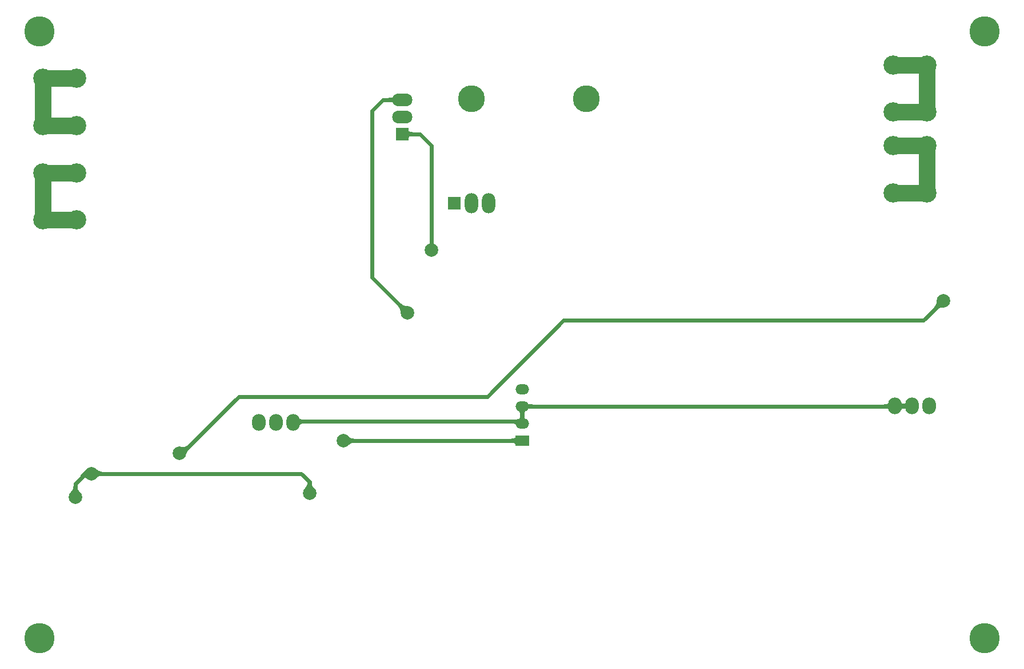
<source format=gbl>
G04 Layer_Physical_Order=2*
G04 Layer_Color=16711680*
%FSAX23Y23*%
%MOIN*%
G70*
G01*
G75*
%ADD23C,0.024*%
%ADD24C,0.098*%
%ADD40C,0.112*%
%ADD41O,0.079X0.098*%
%ADD42C,0.177*%
%ADD43C,0.157*%
%ADD44O,0.118X0.074*%
%ADD45R,0.074X0.074*%
%ADD46R,0.078X0.078*%
%ADD47O,0.078X0.118*%
%ADD48R,0.079X0.059*%
%ADD49O,0.079X0.059*%
%ADD50C,0.079*%
G36*
X03011Y02379D02*
X03014Y02376D01*
X03017Y02374D01*
X03020Y02371D01*
X03023Y02370D01*
X03026Y02368D01*
X03030Y02367D01*
X03033Y02366D01*
X03037Y02366D01*
X03040Y02366D01*
X03039Y02342D01*
X03036Y02342D01*
X03032Y02341D01*
X03029Y02341D01*
X03025Y02340D01*
X03022Y02338D01*
X03019Y02337D01*
X03015Y02335D01*
X03012Y02332D01*
X03009Y02330D01*
X03005Y02327D01*
X03008Y02382D01*
X03011Y02379D01*
D02*
G37*
G36*
X02079Y02305D02*
X02077Y02303D01*
X02075Y02300D01*
X02073Y02297D01*
X02071Y02294D01*
X02069Y02291D01*
X02067Y02287D01*
X02066Y02284D01*
X02064Y02275D01*
X02063Y02271D01*
X02033Y02317D01*
X02037Y02317D01*
X02041Y02316D01*
X02044Y02316D01*
X02048Y02316D01*
X02051Y02317D01*
X02054Y02318D01*
X02058Y02320D01*
X02061Y02321D01*
X02063Y02323D01*
X02066Y02326D01*
X02079Y02305D01*
D02*
G37*
G36*
X02722Y02487D02*
X02723Y02485D01*
X02724Y02483D01*
X02726Y02482D01*
X02729Y02480D01*
X02732Y02479D01*
X02736Y02478D01*
X02740Y02478D01*
X02744Y02478D01*
X02749Y02477D01*
X02750Y02454D01*
X02745Y02454D01*
X02741Y02453D01*
X02737Y02453D01*
X02733Y02452D01*
X02731Y02451D01*
X02728Y02450D01*
X02727Y02448D01*
X02725Y02446D01*
X02725Y02444D01*
X02725Y02442D01*
X02722Y02489D01*
X02722Y02487D01*
D02*
G37*
G36*
X03983Y02330D02*
X03982Y02332D01*
X03982Y02334D01*
X03981Y02336D01*
X03979Y02338D01*
X03977Y02339D01*
X03974Y02340D01*
X03971Y02341D01*
X03967Y02342D01*
X03963Y02342D01*
X03959Y02342D01*
Y02366D01*
X03963Y02366D01*
X03967Y02366D01*
X03971Y02367D01*
X03974Y02368D01*
X03977Y02369D01*
X03979Y02370D01*
X03981Y02371D01*
X03982Y02373D01*
X03982Y02375D01*
X03983Y02377D01*
Y02330D01*
D02*
G37*
G36*
X02794Y02106D02*
X02794Y02103D01*
X02795Y02099D01*
X02796Y02096D01*
X02797Y02092D01*
X02799Y02089D01*
X02801Y02086D01*
X02804Y02083D01*
X02806Y02080D01*
X02809Y02076D01*
X02754D01*
X02757Y02080D01*
X02760Y02083D01*
X02762Y02086D01*
X02764Y02089D01*
X02766Y02092D01*
X02767Y02096D01*
X02768Y02099D01*
X02769Y02103D01*
X02770Y02106D01*
X02770Y02109D01*
X02793D01*
X02794Y02106D01*
D02*
G37*
G36*
X01427Y02082D02*
X01428Y02079D01*
X01429Y02075D01*
X01430Y02072D01*
X01431Y02069D01*
X01433Y02066D01*
X01435Y02062D01*
X01437Y02059D01*
X01440Y02056D01*
X01443Y02053D01*
X01388D01*
X01391Y02056D01*
X01394Y02059D01*
X01396Y02062D01*
X01398Y02066D01*
X01400Y02069D01*
X01401Y02072D01*
X01402Y02075D01*
X01403Y02079D01*
X01404Y02082D01*
X01404Y02086D01*
X01427D01*
X01427Y02082D01*
D02*
G37*
G36*
X01541Y02187D02*
X01544Y02184D01*
X01548Y02182D01*
X01551Y02180D01*
X01554Y02178D01*
X01557Y02177D01*
X01561Y02176D01*
X01564Y02175D01*
X01568Y02174D01*
X01571Y02174D01*
Y02151D01*
X01568Y02151D01*
X01564Y02150D01*
X01561Y02149D01*
X01557Y02148D01*
X01554Y02147D01*
X01551Y02145D01*
X01548Y02143D01*
X01544Y02141D01*
X01541Y02138D01*
X01538Y02135D01*
Y02190D01*
X01541Y02187D01*
D02*
G37*
G36*
X01485Y02132D02*
X01483Y02134D01*
X01480Y02135D01*
X01477Y02136D01*
X01475Y02136D01*
X01472Y02136D01*
X01469Y02136D01*
X01466Y02135D01*
X01464Y02133D01*
X01461Y02131D01*
X01458Y02128D01*
X01446Y02150D01*
X01477Y02183D01*
X01485Y02132D01*
D02*
G37*
G36*
X06478Y03132D02*
X06473Y03132D01*
X06469Y03131D01*
X06465Y03131D01*
X06462Y03130D01*
X06458Y03129D01*
X06455Y03127D01*
X06451Y03126D01*
X06448Y03124D01*
X06446Y03122D01*
X06443Y03119D01*
X06426Y03136D01*
X06429Y03139D01*
X06431Y03141D01*
X06433Y03144D01*
X06434Y03148D01*
X06436Y03151D01*
X06437Y03155D01*
X06438Y03158D01*
X06438Y03162D01*
X06439Y03166D01*
X06439Y03171D01*
X06478Y03132D01*
D02*
G37*
G36*
X03320Y03151D02*
X03323Y03149D01*
X03326Y03147D01*
X03329Y03145D01*
X03332Y03144D01*
X03336Y03143D01*
X03340Y03142D01*
X03344Y03141D01*
X03348Y03141D01*
X03352Y03141D01*
X03313Y03102D01*
X03313Y03106D01*
X03313Y03110D01*
X03312Y03114D01*
X03311Y03118D01*
X03310Y03122D01*
X03309Y03125D01*
X03307Y03128D01*
X03305Y03131D01*
X03303Y03134D01*
X03301Y03136D01*
X03318Y03153D01*
X03320Y03151D01*
D02*
G37*
G36*
X03273Y04321D02*
X03272Y04323D01*
X03272Y04325D01*
X03270Y04327D01*
X03268Y04329D01*
X03265Y04330D01*
X03262Y04331D01*
X03258Y04332D01*
X03253Y04332D01*
X03248Y04333D01*
X03242Y04333D01*
Y04357D01*
X03248Y04357D01*
X03258Y04358D01*
X03262Y04358D01*
X03265Y04360D01*
X03268Y04361D01*
X03270Y04362D01*
X03272Y04364D01*
X03272Y04366D01*
X03273Y04368D01*
Y04321D01*
D02*
G37*
G36*
X03360Y04166D02*
X03361Y04164D01*
X03362Y04162D01*
X03363Y04161D01*
X03366Y04160D01*
X03368Y04158D01*
X03371Y04158D01*
X03375Y04157D01*
X03379Y04157D01*
X03383Y04157D01*
Y04133D01*
X03379Y04133D01*
X03375Y04132D01*
X03371Y04132D01*
X03368Y04131D01*
X03366Y04130D01*
X03363Y04129D01*
X03362Y04127D01*
X03361Y04125D01*
X03360Y04123D01*
X03360Y04121D01*
Y04168D01*
X03360Y04166D01*
D02*
G37*
G36*
X06162Y02530D02*
X06161Y02532D01*
X06160Y02534D01*
X06159Y02536D01*
X06157Y02538D01*
X06155Y02539D01*
X06152Y02540D01*
X06148Y02541D01*
X06144Y02542D01*
X06140Y02542D01*
X06135Y02542D01*
X06134Y02566D01*
X06139Y02566D01*
X06144Y02566D01*
X06148Y02567D01*
X06151Y02568D01*
X06154Y02569D01*
X06156Y02570D01*
X06158Y02571D01*
X06159Y02573D01*
X06160Y02575D01*
X06160Y02577D01*
X06162Y02530D01*
D02*
G37*
G36*
X04043Y02528D02*
X04041Y02527D01*
X04039Y02526D01*
X04038Y02524D01*
X04037Y02521D01*
X04036Y02518D01*
X04035Y02515D01*
X04034Y02511D01*
X04034Y02506D01*
X04034Y02504D01*
X04034Y02502D01*
X04034Y02497D01*
X04035Y02493D01*
X04036Y02489D01*
X04037Y02486D01*
X04038Y02484D01*
X04039Y02482D01*
X04041Y02481D01*
X04043Y02480D01*
X04045Y02480D01*
X04000D01*
X03985Y02442D01*
X03986Y02444D01*
X03985Y02446D01*
X03985Y02448D01*
X03983Y02450D01*
X03981Y02451D01*
X03978Y02452D01*
X03974Y02453D01*
X03970Y02453D01*
X03965Y02454D01*
X03959Y02454D01*
X03971Y02477D01*
X03975Y02477D01*
X03990Y02478D01*
X03993Y02479D01*
X03997Y02480D01*
X03999Y02480D01*
X04001Y02481D01*
X04000Y02480D01*
X04000Y02480D01*
X04002Y02481D01*
X04004Y02482D01*
X04006Y02484D01*
X04007Y02486D01*
X04008Y02489D01*
X04009Y02493D01*
X04010Y02497D01*
X04010Y02502D01*
X04010Y02504D01*
X04010Y02506D01*
X04010Y02511D01*
X04009Y02515D01*
X04008Y02518D01*
X04007Y02521D01*
X04006Y02524D01*
X04004Y02526D01*
X04002Y02527D01*
X04000Y02528D01*
X03998Y02528D01*
X04045D01*
X04043Y02528D01*
D02*
G37*
G36*
X06261Y02533D02*
X06260Y02535D01*
X06260Y02537D01*
X06258Y02539D01*
X06256Y02540D01*
X06254Y02541D01*
X06251Y02542D01*
X06248Y02543D01*
X06247Y02543D01*
X06247Y02543D01*
X06244Y02542D01*
X06241Y02541D01*
X06238Y02540D01*
X06236Y02539D01*
X06235Y02537D01*
X06234Y02535D01*
X06234Y02533D01*
Y02580D01*
X06234Y02578D01*
X06235Y02576D01*
X06236Y02574D01*
X06238Y02572D01*
X06241Y02571D01*
X06244Y02570D01*
X06247Y02569D01*
X06247Y02569D01*
X06248Y02569D01*
X06251Y02570D01*
X06254Y02571D01*
X06256Y02572D01*
X06258Y02574D01*
X06260Y02576D01*
X06260Y02578D01*
X06261Y02580D01*
Y02533D01*
D02*
G37*
G36*
X04049Y02575D02*
X04050Y02573D01*
X04052Y02571D01*
X04054Y02570D01*
X04057Y02569D01*
X04061Y02568D01*
X04065Y02567D01*
X04070Y02566D01*
X04076Y02566D01*
X04082Y02566D01*
Y02542D01*
X04076Y02542D01*
X04065Y02541D01*
X04061Y02540D01*
X04057Y02539D01*
X04054Y02538D01*
X04052Y02536D01*
X04050Y02535D01*
X04049Y02533D01*
X04049Y02530D01*
Y02577D01*
X04049Y02575D01*
D02*
G37*
G54D23*
X06363Y03056D02*
X06478Y03171D01*
X04262Y03056D02*
X06363D01*
X02782Y02048D02*
Y02114D01*
X02734Y02162D02*
X02782Y02114D01*
X01510Y02162D02*
X02734D01*
X01475D02*
X01510D01*
X01416Y02103D02*
X01475Y02162D01*
X01416Y02025D02*
Y02103D01*
X02369Y02612D02*
X03818D01*
X02036Y02279D02*
X02369Y02612D01*
X02024Y02279D02*
X02036D01*
X06197Y02556D02*
X06297D01*
X06195Y02554D02*
X06197Y02556D01*
X04022Y02554D02*
X06195D01*
X03818Y02612D02*
X04262Y03056D01*
X02980Y02354D02*
X04022D01*
X02979Y02355D02*
X02980Y02354D01*
X04022Y02454D02*
Y02554D01*
X04010Y02466D02*
X04022Y02454D01*
X03147Y03307D02*
X03353Y03101D01*
X02655Y02466D02*
X04010D01*
X03147Y04282D02*
X03210Y04345D01*
X03323D01*
Y04145D02*
X03425D01*
X03494Y04076D01*
X03147Y03307D02*
Y04282D01*
X03494Y03466D02*
Y04076D01*
G54D24*
X01227Y04194D02*
Y04470D01*
Y04194D02*
X01423D01*
X01227Y04470D02*
X01423D01*
X01227Y03918D02*
X01423D01*
X01227Y03643D02*
Y03918D01*
Y03643D02*
X01423D01*
X06187Y04548D02*
X06384D01*
Y04273D02*
Y04548D01*
X06187Y04273D02*
X06384D01*
X06187Y04076D02*
X06384D01*
Y03800D02*
Y04076D01*
X06187Y03800D02*
X06384D01*
G54D40*
Y04076D02*
D03*
X06187D02*
D03*
X06384Y03800D02*
D03*
X06187D02*
D03*
X06384Y04548D02*
D03*
X06187D02*
D03*
X06384Y04273D02*
D03*
X06187D02*
D03*
X01423Y04470D02*
D03*
X01227D02*
D03*
X01423Y04194D02*
D03*
X01227D02*
D03*
X01423Y03918D02*
D03*
X01227D02*
D03*
X01423Y03643D02*
D03*
X01227D02*
D03*
G54D41*
X06397Y02556D02*
D03*
X06297D02*
D03*
X06197D02*
D03*
X02487Y02462D02*
D03*
X02587D02*
D03*
X02687D02*
D03*
G54D42*
X01207Y04745D02*
D03*
Y01202D02*
D03*
X06719Y04745D02*
D03*
Y01202D02*
D03*
G54D43*
X03727Y04351D02*
D03*
X04396D02*
D03*
G54D44*
X03323Y04345D02*
D03*
Y04245D02*
D03*
G54D45*
Y04145D02*
D03*
G54D46*
X03626Y03741D02*
D03*
G54D47*
X03727D02*
D03*
X03825D02*
D03*
G54D48*
X04022Y02354D02*
D03*
G54D49*
Y02454D02*
D03*
Y02554D02*
D03*
Y02654D02*
D03*
G54D50*
X06478Y03171D02*
D03*
X02024Y02279D02*
D03*
X01416Y02025D02*
D03*
X01510Y02162D02*
D03*
X02782Y02048D02*
D03*
X02979Y02355D02*
D03*
X03353Y03101D02*
D03*
X03494Y03466D02*
D03*
M02*

</source>
